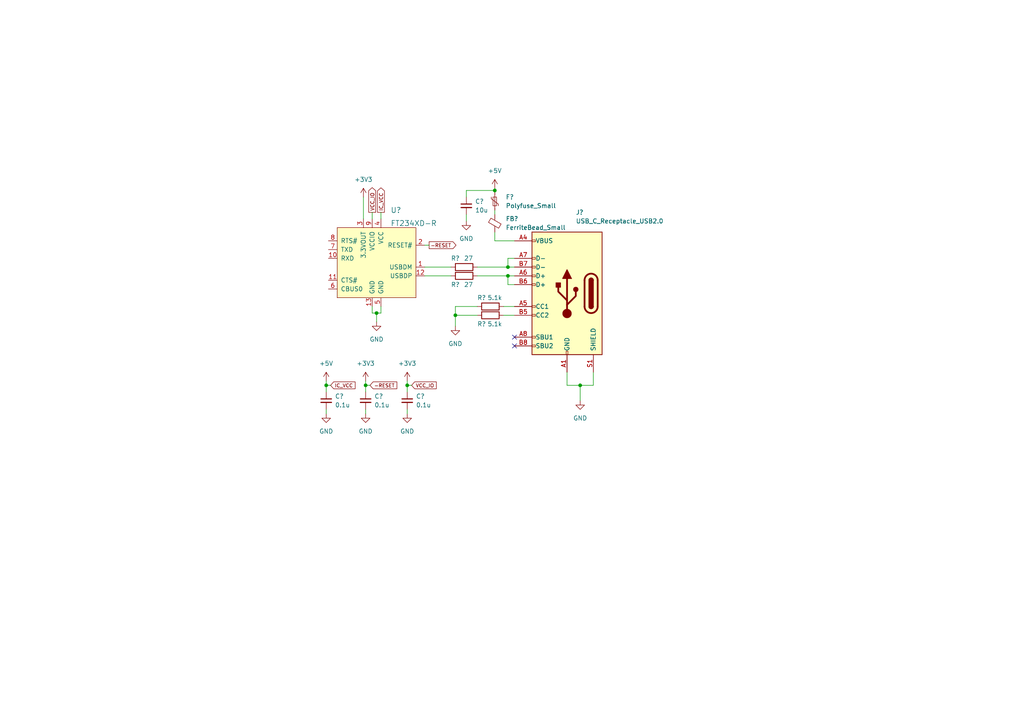
<source format=kicad_sch>
(kicad_sch (version 20211123) (generator eeschema)
  (paper "A4")
  (lib_symbols
    (symbol "Connector:USB_C_Receptacle_USB2.0" (pin_names (offset 1.016))
      (property "Reference" "J?" (at 12.065 1.2701 0))
      (property "Value" "USB_C_Receptacle_USB2.0" (at -24.13 3.81 0))
      (symbol "USB_C_Receptacle_USB2.0_0_0"
        (rectangle (start -0.254 -17.78) (end 0.254 -16.764))
        (rectangle (start 10.16 -14.986) (end 9.144 -15.494))
        (rectangle (start 10.16 -12.446) (end 9.144 -12.954))
        (rectangle (start 10.16 -6.096) (end 9.144 -6.604))
        (rectangle (start 10.16 -3.556) (end 9.144 -4.064))
        (rectangle (start 10.16 2.794) (end 9.144 2.286))
        (rectangle (start 10.16 5.334) (end 9.144 4.826))
        (rectangle (start 10.16 7.874) (end 9.144 7.366))
        (rectangle (start 10.16 10.414) (end 9.144 9.906))
        (rectangle (start 10.16 15.494) (end 9.144 14.986))
      )
      (symbol "USB_C_Receptacle_USB2.0_0_1"
        (rectangle (start -10.16 17.78) (end 10.16 -17.78) (stroke (width 0.254)) (fill (type background)))
        (arc (start -8.89 -3.81) (mid -6.985 -5.715) (end -5.08 -3.81) (stroke (width 0.508)))
        (arc (start -7.62 -3.81) (mid -6.985 -4.445) (end -6.35 -3.81) (stroke (width 0.254)))
        (arc (start -7.62 -3.81) (mid -6.985 -4.445) (end -6.35 -3.81) (stroke (width 0.254)) (fill (type outline)))
        (rectangle (start -7.62 -3.81) (end -6.35 3.81) (stroke (width 0.254)) (fill (type outline)))
        (arc (start -6.35 3.81) (mid -6.985 4.445) (end -7.62 3.81) (stroke (width 0.254)))
        (arc (start -6.35 3.81) (mid -6.985 4.445) (end -7.62 3.81) (stroke (width 0.254)) (fill (type outline)))
        (arc (start -5.08 3.81) (mid -6.985 5.715) (end -8.89 3.81) (stroke (width 0.508)))
        (circle (center -2.54 1.143) (radius 0.635) (stroke (width 0.254)) (fill (type outline)))
        (circle (center 0 -5.842) (radius 1.27) (fill (type outline)))
        (polyline (pts (xy -8.89 -3.81) (xy -8.89 3.81)) (stroke (width 0.508)))
        (polyline (pts (xy -5.08 3.81) (xy -5.08 -3.81)) (stroke (width 0.508)))
        (polyline (pts (xy 0 -5.842) (xy 0 4.318)) (stroke (width 0.508)))
        (polyline (pts (xy 0 -3.302) (xy -2.54 -0.762) (xy -2.54 0.508)) (stroke (width 0.508)))
        (polyline (pts (xy 0 -2.032) (xy 2.54 0.508) (xy 2.54 1.778)) (stroke (width 0.508)))
        (polyline (pts (xy -1.27 4.318) (xy 0 6.858) (xy 1.27 4.318) (xy -1.27 4.318)) (stroke (width 0.254)) (fill (type outline)))
        (rectangle (start 1.905 1.778) (end 3.175 3.048) (stroke (width 0.254)) (fill (type outline)))
      )
      (symbol "USB_C_Receptacle_USB2.0_1_1"
        (pin passive line (at 0 -22.86 90) (length 5.08) (name "GND") (number "A1"))
        (pin passive line (at 0 -22.86 90) (length 5.08) hide (name "GND") (number "A12"))
        (pin passive line (at 15.24 15.24 180) (length 5.08) (name "VBUS") (number "A4"))
        (pin bidirectional line (at 15.24 -3.81 180) (length 5.08) (name "CC1") (number "A5"))
        (pin bidirectional line (at 15.24 5.08 180) (length 5.08) (name "D+") (number "A6"))
        (pin bidirectional line (at 15.24 10.16 180) (length 5.08) (name "D-") (number "A7"))
        (pin bidirectional line (at 15.24 -12.7 180) (length 5.08) (name "SBU1") (number "A8"))
        (pin passive line (at 15.24 15.24 180) (length 5.08) hide (name "VBUS") (number "A9"))
        (pin passive line (at 0 -22.86 90) (length 5.08) hide (name "GND") (number "B1"))
        (pin passive line (at 0 -22.86 90) (length 5.08) hide (name "GND") (number "B12"))
        (pin passive line (at 15.24 15.24 180) (length 5.08) hide (name "VBUS") (number "B4"))
        (pin bidirectional line (at 15.24 -6.35 180) (length 5.08) (name "CC2") (number "B5"))
        (pin bidirectional line (at 15.24 2.54 180) (length 5.08) (name "D+") (number "B6"))
        (pin bidirectional line (at 15.24 7.62 180) (length 5.08) (name "D-") (number "B7"))
        (pin bidirectional line (at 15.24 -15.24 180) (length 5.08) (name "SBU2") (number "B8"))
        (pin passive line (at 15.24 15.24 180) (length 5.08) hide (name "VBUS") (number "B9"))
        (pin passive line (at -7.62 -22.86 90) (length 5.08) (name "SHIELD") (number "S1"))
      )
    )
    (symbol "Device:C_Small" (pin_numbers hide) (pin_names (offset 0.254) hide)
      (property "Reference" "C" (at 0.254 1.778 0))
      (property "Value" "C_Small" (at 0.254 -2.032 0))
      (symbol "C_Small_0_1"
        (polyline (pts (xy -1.524 -0.508) (xy 1.524 -0.508)) (stroke (width 0.3302)))
        (polyline (pts (xy -1.524 0.508) (xy 1.524 0.508)) (stroke (width 0.3048)))
      )
      (symbol "C_Small_1_1"
        (pin passive line (at 0 2.54 270) (length 2.032) (name "~") (number "1"))
        (pin passive line (at 0 -2.54 90) (length 2.032) (name "~") (number "2"))
      )
    )
    (symbol "Device:FerriteBead_Small" (pin_numbers hide) (pin_names (offset 0))
      (property "Reference" "FB" (at 1.905 1.27 0))
      (property "Value" "FerriteBead_Small" (at 1.905 -1.27 0))
      (symbol "FerriteBead_Small_0_1"
        (polyline (pts (xy 0 -1.27) (xy 0 -0.7874)))
        (polyline (pts (xy 0 0.889) (xy 0 1.2954)))
        (polyline (pts (xy -1.8288 0.2794) (xy -1.1176 1.4986) (xy 1.8288 -0.2032) (xy 1.1176 -1.4224) (xy -1.8288 0.2794)))
      )
      (symbol "FerriteBead_Small_1_1"
        (pin passive line (at 0 2.54 270) (length 1.27) (name "~") (number "1"))
        (pin passive line (at 0 -2.54 90) (length 1.27) (name "~") (number "2"))
      )
    )
    (symbol "Device:Polyfuse_Small" (pin_numbers hide) (pin_names (offset 0))
      (property "Reference" "F" (at -1.905 0 90))
      (property "Value" "Polyfuse_Small" (at 1.905 0 90))
      (symbol "Polyfuse_Small_0_1"
        (rectangle (start -0.508 1.27) (end 0.508 -1.27))
        (polyline (pts (xy 0 2.54) (xy 0 -2.54)))
        (polyline (pts (xy -1.016 1.27) (xy -1.016 0.762) (xy 1.016 -0.762) (xy 1.016 -1.27)))
      )
      (symbol "Polyfuse_Small_1_1"
        (pin passive line (at 0 2.54 270) (length 0.635) (name "~") (number "1"))
        (pin passive line (at 0 -2.54 90) (length 0.635) (name "~") (number "2"))
      )
    )
    (symbol "Device:R" (pin_numbers hide) (pin_names (offset 0))
      (property "Reference" "R" (at 2.032 0 90))
      (property "Value" "R" (at 0 0 90))
      (symbol "R_0_1"
        (rectangle (start -1.016 -2.54) (end 1.016 2.54) (stroke (width 0.254)))
      )
      (symbol "R_1_1"
        (pin passive line (at 0 3.81 270) (length 1.27) (name "~") (number "1"))
        (pin passive line (at 0 -3.81 90) (length 1.27) (name "~") (number "2"))
      )
    )
    (symbol "dk_Interface-Controllers:FT234XD-R" (pin_names (offset 1.016))
      (property "Reference" "U?" (at -0.2287 12.7 0))
      (property "Value" "FT234XD-R" (at -0.2287 8.89 0))
      (symbol "FT234XD-R_0_1"
        (rectangle (start -7.62 7.62) (end 15.24 -12.7) (fill (type background)))
      )
      (symbol "FT234XD-R_1_1"
        (pin bidirectional line (at -10.16 -3.81 0) (length 2.54) (name "USBDM") (number "1"))
        (pin input line (at 17.78 -1.27 180) (length 2.54) (name "RXD") (number "10"))
        (pin input line (at 17.78 -7.62 180) (length 2.54) (name "CTS#") (number "11"))
        (pin bidirectional line (at -10.16 -6.35 0) (length 2.54) (name "USBDP") (number "12"))
        (pin power_in line (at 5.08 -15.24 90) (length 2.54) (name "GND") (number "13"))
        (pin input line (at -10.16 2.54 0) (length 2.54) (name "RESET#") (number "2"))
        (pin passive line (at 7.62 10.16 270) (length 2.54) (name "3.3VOUT") (number "3"))
        (pin power_in line (at 2.54 10.16 270) (length 2.54) (name "VCC") (number "4"))
        (pin power_in line (at 2.54 -15.24 90) (length 2.54) (name "GND") (number "5"))
        (pin bidirectional line (at 17.78 -10.16 180) (length 2.54) (name "CBUS0") (number "6"))
        (pin output line (at 17.78 1.27 180) (length 2.54) (name "TXD") (number "7"))
        (pin output line (at 17.78 3.81 180) (length 2.54) (name "RTS#") (number "8"))
        (pin power_in line (at 5.08 10.16 270) (length 2.54) (name "VCCIO") (number "9"))
      )
    )
    (symbol "power:+3V3" (power) (pin_names (offset 0))
      (property "Value" "+3V3" (at 0 3.556 0))
      (symbol "+3V3_0_1"
        (polyline (pts (xy -0.762 1.27) (xy 0 2.54)))
        (polyline (pts (xy 0 0) (xy 0 2.54)))
        (polyline (pts (xy 0 2.54) (xy 0.762 1.27)))
      )
      (symbol "+3V3_1_1"
        (pin power_in line (at 0 0 90) (length 0) hide (name "+3V3") (number "1"))
      )
    )
    (symbol "power:+5V" (power) (pin_names (offset 0))
      (property "Value" "+5V" (at 0 3.556 0))
      (symbol "+5V_0_1"
        (polyline (pts (xy -0.762 1.27) (xy 0 2.54)))
        (polyline (pts (xy 0 0) (xy 0 2.54)))
        (polyline (pts (xy 0 2.54) (xy 0.762 1.27)))
      )
      (symbol "+5V_1_1"
        (pin power_in line (at 0 0 90) (length 0) hide (name "+5V") (number "1"))
      )
    )
    (symbol "power:GND" (power) (pin_names (offset 0))
      (property "Value" "GND" (at 0 -3.81 0))
      (symbol "GND_0_1"
        (polyline (pts (xy 0 0) (xy 0 -1.27) (xy 1.27 -1.27) (xy 0 -2.54) (xy -1.27 -1.27) (xy 0 -1.27)))
      )
      (symbol "GND_1_1"
        (pin power_in line (at 0 0 270) (length 0) hide (name "GND") (number "1"))
      )
    )
  )
  (junction (at 109.22 90.805))
  (junction (at 143.51 55.245))
  (junction (at 132.08 91.44))
  (junction (at 118.11 111.76))
  (junction (at 147.32 80.01))
  (junction (at 147.32 77.47))
  (junction (at 106.045 111.76))
  (junction (at 94.615 111.76))
  (junction (at 168.275 111.76))
  (no_connect (at 149.225 100.33))
  (no_connect (at 149.225 97.79))
  (wire (pts (xy 138.43 77.47) (xy 147.32 77.47)))
  (wire (pts (xy 147.32 77.47) (xy 149.225 77.47)))
  (wire (pts (xy 138.43 88.9) (xy 132.08 88.9)))
  (wire (pts (xy 118.11 110.49) (xy 118.11 111.76)))
  (wire (pts (xy 132.08 88.9) (xy 132.08 91.44)))
  (wire (pts (xy 118.11 111.76) (xy 119.38 111.76)))
  (wire (pts (xy 94.615 111.76) (xy 94.615 113.665)))
  (wire (pts (xy 118.11 111.76) (xy 118.11 113.665)))
  (wire (pts (xy 107.95 88.9) (xy 107.95 90.805)))
  (wire (pts (xy 168.275 111.76) (xy 172.085 111.76)))
  (wire (pts (xy 143.51 54.61) (xy 143.51 55.245)))
  (wire (pts (xy 143.51 69.85) (xy 143.51 67.31)))
  (wire (pts (xy 110.49 90.805) (xy 110.49 88.9)))
  (wire (pts (xy 109.22 90.805) (xy 109.22 93.345)))
  (wire (pts (xy 143.51 55.245) (xy 143.51 55.88)))
  (wire (pts (xy 123.19 77.47) (xy 130.81 77.47)))
  (wire (pts (xy 106.045 111.76) (xy 107.315 111.76)))
  (wire (pts (xy 147.32 82.55) (xy 149.225 82.55)))
  (wire (pts (xy 105.41 57.15) (xy 105.41 63.5)))
  (wire (pts (xy 123.19 80.01) (xy 130.81 80.01)))
  (wire (pts (xy 143.51 60.96) (xy 143.51 62.23)))
  (wire (pts (xy 149.225 69.85) (xy 143.51 69.85)))
  (wire (pts (xy 147.32 80.01) (xy 147.32 82.55)))
  (wire (pts (xy 146.05 91.44) (xy 149.225 91.44)))
  (wire (pts (xy 146.05 88.9) (xy 149.225 88.9)))
  (wire (pts (xy 132.08 91.44) (xy 138.43 91.44)))
  (wire (pts (xy 118.11 118.745) (xy 118.11 120.015)))
  (wire (pts (xy 168.275 111.76) (xy 168.275 116.205)))
  (wire (pts (xy 110.49 61.595) (xy 110.49 63.5)))
  (wire (pts (xy 149.225 74.93) (xy 147.32 74.93)))
  (wire (pts (xy 109.22 90.805) (xy 110.49 90.805)))
  (wire (pts (xy 135.255 57.15) (xy 135.255 55.245)))
  (wire (pts (xy 107.95 90.805) (xy 109.22 90.805)))
  (wire (pts (xy 94.615 118.745) (xy 94.615 120.015)))
  (wire (pts (xy 94.615 110.49) (xy 94.615 111.76)))
  (wire (pts (xy 149.225 80.01) (xy 147.32 80.01)))
  (wire (pts (xy 123.19 71.12) (xy 124.46 71.12)))
  (wire (pts (xy 138.43 80.01) (xy 147.32 80.01)))
  (wire (pts (xy 172.085 111.76) (xy 172.085 107.95)))
  (wire (pts (xy 106.045 111.76) (xy 106.045 113.665)))
  (wire (pts (xy 106.045 118.745) (xy 106.045 120.015)))
  (wire (pts (xy 107.95 61.595) (xy 107.95 63.5)))
  (wire (pts (xy 94.615 111.76) (xy 95.885 111.76)))
  (wire (pts (xy 135.255 55.245) (xy 143.51 55.245)))
  (wire (pts (xy 106.045 110.49) (xy 106.045 111.76)))
  (wire (pts (xy 164.465 111.76) (xy 168.275 111.76)))
  (wire (pts (xy 147.32 74.93) (xy 147.32 77.47)))
  (wire (pts (xy 132.08 91.44) (xy 132.08 94.615)))
  (wire (pts (xy 135.255 62.23) (xy 135.255 64.135)))
  (wire (pts (xy 164.465 107.95) (xy 164.465 111.76)))
  (global_label "VCC_IO" (shape output) (at 107.95 61.595 90) (effects (font (size 1.016 1.016))) (property "Intersheet References" "${INTERSHEET_REFS}" (effects hide)))
  (global_label "-RESET" (shape output) (at 124.46 71.12 0) (effects (font (size 1.016 1.016))) (property "Intersheet References" "${INTERSHEET_REFS}" (effects hide)))
  (global_label "IC_VCC" (shape input) (at 95.885 111.76 0) (effects (font (size 1.016 1.016))) (property "Intersheet References" "${INTERSHEET_REFS}" (effects hide)))
  (global_label "IC_VCC" (shape output) (at 110.49 61.595 90) (effects (font (size 1.016 1.016))) (property "Intersheet References" "${INTERSHEET_REFS}" (effects hide)))
  (global_label "-RESET" (shape input) (at 107.315 111.76 0) (effects (font (size 1.016 1.016))) (property "Intersheet References" "${INTERSHEET_REFS}" (effects hide)))
  (global_label "VCC_IO" (shape input) (at 119.38 111.76 0) (effects (font (size 1.016 1.016))) (property "Intersheet References" "${INTERSHEET_REFS}" (effects hide)))
  (symbol (lib_id "Device:Polyfuse_Small") (at 143.51 58.42 0) (unit 1)
    (property "Reference" "F?" (at 146.685 57.15 0) (effects (justify left)))
    (property "Value" "Polyfuse_Small" (at 146.685 59.69 0) (effects (justify left)))
  )
  (symbol (lib_id "Device:R") (at 142.24 88.9 90) (unit 1)
    (property "Reference" "R?" (at 139.7 86.36 90))
    (property "Value" "5.1k" (at 143.51 86.36 90))
  )
  (symbol (lib_id "power:+3V3") (at 105.41 57.15 0) (unit 1)
    (property "Reference" "#PWR?" (effects hide))
    (property "Value" "+3V3" (at 105.41 52.07 0))
  )
  (symbol (lib_id "power:GND") (at 109.22 93.345 0) (unit 1)
    (property "Reference" "#PWR?" (effects hide))
    (property "Value" "GND" (at 109.22 98.425 0))
  )
  (symbol (lib_id "power:GND") (at 168.275 116.205 0) (unit 1)
    (property "Reference" "#PWR?" (effects hide))
    (property "Value" "GND" (at 168.275 121.285 0))
  )
  (symbol (lib_id "dk_Interface-Controllers:FT234XD-R") (at 113.03 73.66 0) (mirror y) (unit 1)
    (property "Reference" "U?" (at 113.2587 60.96 0) (effects (font (size 1.524 1.524)) (justify right)))
    (property "Value" "FT234XD-R" (at 113.2587 64.77 0) (effects (font (size 1.524 1.524)) (justify right)))
    (property "Footprint" "digikey-footprints:DFN-12-1EP_3x3mm" (effects hide))
    (property "Datasheet" "http://www.ftdichip.com/Support/Documents/DataSheets/ICs/DS_FT234XD.pdf" (effects hide))
    (property "Digi-Key_PN" "768-1178-1-ND" (effects hide))
    (property "MPN" "FT234XD-R" (effects hide))
    (property "Category" "Integrated Circuits (ICs)" (effects hide))
    (property "Family" "Interface - Controllers" (effects hide))
    (property "DK_Datasheet_Link" "http://www.ftdichip.com/Support/Documents/DataSheets/ICs/DS_FT234XD.pdf" (effects hide))
    (property "DK_Detail_Page" "/product-detail/en/ftdi-future-technology-devices-international-ltd/FT234XD-R/768-1178-1-ND/3904926" (effects hide))
    (property "Description" "IC USB SERIAL BASIC UART 12DFN" (effects hide))
    (property "Manufacturer" "FTDI, Future Technology Devices International Ltd" (effects hide))
    (property "Status" "Active" (effects hide))
  )
  (symbol (lib_id "power:+5V") (at 143.51 54.61 0) (unit 1)
    (property "Reference" "#PWR?" (effects hide))
    (property "Value" "+5V" (at 143.51 49.53 0))
  )
  (symbol (lib_id "power:+3V3") (at 106.045 110.49 0) (unit 1)
    (property "Reference" "#PWR?" (effects hide))
    (property "Value" "+3V3" (at 106.045 105.41 0))
  )
  (symbol (lib_id "power:GND") (at 135.255 64.135 0) (unit 1)
    (property "Reference" "#PWR?" (effects hide))
    (property "Value" "GND" (at 135.255 69.215 0))
  )
  (symbol (lib_id "Device:C_Small") (at 94.615 116.205 0) (unit 1)
    (property "Reference" "C?" (at 97.155 114.9412 0) (effects (justify left)))
    (property "Value" "0.1u" (at 97.155 117.4812 0) (effects (justify left)))
  )
  (symbol (lib_id "power:+3V3") (at 118.11 110.49 0) (unit 1)
    (property "Reference" "#PWR?" (effects hide))
    (property "Value" "+3V3" (at 118.11 105.41 0))
  )
  (symbol (lib_id "power:GND") (at 94.615 120.015 0) (unit 1)
    (property "Reference" "#PWR?" (effects hide))
    (property "Value" "GND" (at 94.615 125.095 0))
  )
  (symbol (lib_id "power:+5V") (at 94.615 110.49 0) (unit 1)
    (property "Reference" "#PWR?" (effects hide))
    (property "Value" "+5V" (at 94.615 105.41 0))
  )
  (symbol (lib_id "Device:R") (at 134.62 80.01 90) (unit 1)
    (property "Reference" "R?" (at 132.08 82.55 90))
    (property "Value" "27" (at 135.89 82.55 90))
  )
  (symbol (lib_id "power:GND") (at 132.08 94.615 0) (unit 1)
    (property "Reference" "#PWR?" (effects hide))
    (property "Value" "GND" (at 132.08 99.695 0))
  )
  (symbol (lib_id "Device:FerriteBead_Small") (at 143.51 64.77 0) (unit 1)
    (property "Reference" "FB?" (at 146.685 63.4618 0) (effects (justify left)))
    (property "Value" "FerriteBead_Small" (at 146.685 66.0018 0) (effects (justify left)))
  )
  (symbol (lib_id "Device:C_Small") (at 135.255 59.69 0) (unit 1)
    (property "Reference" "C?" (at 137.795 58.4262 0) (effects (justify left)))
    (property "Value" "10u" (at 137.795 60.9662 0) (effects (justify left)))
  )
  (symbol (lib_id "Device:R") (at 142.24 91.44 90) (unit 1)
    (property "Reference" "R?" (at 139.7 93.98 90))
    (property "Value" "5.1k" (at 143.51 93.98 90))
  )
  (symbol (lib_id "Device:C_Small") (at 118.11 116.205 0) (unit 1)
    (property "Reference" "C?" (at 120.65 114.9412 0) (effects (justify left)))
    (property "Value" "0.1u" (at 120.65 117.4812 0) (effects (justify left)))
  )
  (symbol (lib_id "Device:R") (at 134.62 77.47 90) (unit 1)
    (property "Reference" "R?" (at 132.08 74.93 90))
    (property "Value" "27" (at 135.89 74.93 90))
  )
  (symbol (lib_id "power:GND") (at 106.045 120.015 0) (unit 1)
    (property "Reference" "#PWR?" (effects hide))
    (property "Value" "GND" (at 106.045 125.095 0))
  )
  (symbol (lib_id "Device:C_Small") (at 106.045 116.205 0) (unit 1)
    (property "Reference" "C?" (at 108.585 114.9412 0) (effects (justify left)))
    (property "Value" "0.1u" (at 108.585 117.4812 0) (effects (justify left)))
  )
  (symbol (lib_id "power:GND") (at 118.11 120.015 0) (unit 1)
    (property "Reference" "#PWR?" (effects hide))
    (property "Value" "GND" (at 118.11 125.095 0))
  )
  (symbol (lib_id "Connector:USB_C_Receptacle_USB2.0") (at 164.465 85.09 0) (mirror y) (unit 1)
    (property "Reference" "J?" (at 167.005 61.595 0) (effects (justify right)))
    (property "Value" "USB_C_Receptacle_USB2.0" (at 167.005 64.135 0) (effects (justify right)))
    (property "Datasheet" "https://www.usb.org/sites/default/files/documents/usb_type-c.zip" (effects hide))
  )
)
</source>
